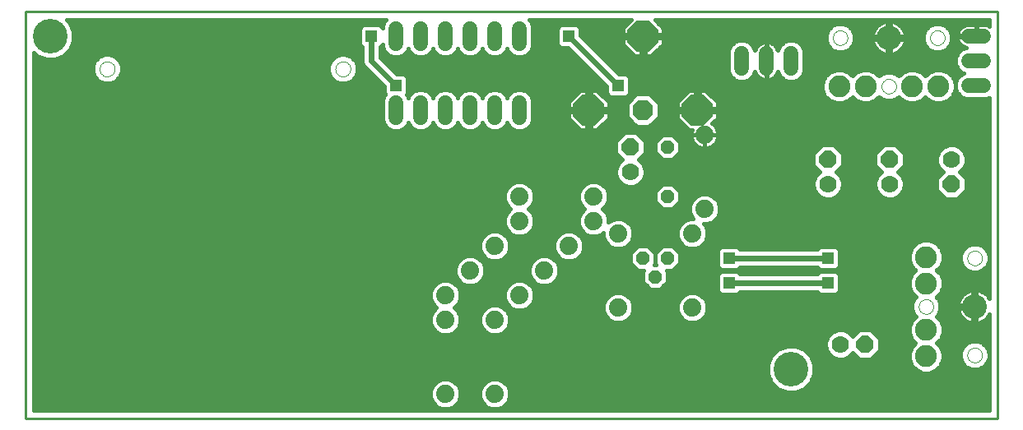
<source format=gbl>
G75*
%MOIN*%
%OFA0B0*%
%FSLAX24Y24*%
%IPPOS*%
%LPD*%
%AMOC8*
5,1,8,0,0,1.08239X$1,22.5*
%
%ADD10C,0.0100*%
%ADD11C,0.0600*%
%ADD12C,0.0000*%
%ADD13C,0.1400*%
%ADD14C,0.0740*%
%ADD15OC8,0.0700*%
%ADD16C,0.0700*%
%ADD17OC8,0.0520*%
%ADD18OC8,0.0825*%
%ADD19OC8,0.1270*%
%ADD20C,0.1000*%
%ADD21C,0.0886*%
%ADD22C,0.0160*%
%ADD23R,0.0472X0.0472*%
%ADD24C,0.0240*%
D10*
X000833Y004500D02*
X000833Y020996D01*
X040203Y020996D01*
X040203Y004500D01*
X000833Y004500D01*
D11*
X015833Y016700D02*
X015833Y017300D01*
X016833Y017300D02*
X016833Y016700D01*
X017833Y016700D02*
X017833Y017300D01*
X018833Y017300D02*
X018833Y016700D01*
X019833Y016700D02*
X019833Y017300D01*
X020833Y017300D02*
X020833Y016700D01*
X020833Y019700D02*
X020833Y020300D01*
X019833Y020300D02*
X019833Y019700D01*
X018833Y019700D02*
X018833Y020300D01*
X017833Y020300D02*
X017833Y019700D01*
X016833Y019700D02*
X016833Y020300D01*
X015833Y020300D02*
X015833Y019700D01*
X029833Y019300D02*
X029833Y018700D01*
X030833Y018700D02*
X030833Y019300D01*
X031833Y019300D02*
X031833Y018700D01*
X039033Y019000D02*
X039633Y019000D01*
X039633Y018000D02*
X039033Y018000D01*
X039033Y020000D02*
X039633Y020000D01*
D12*
X037467Y019937D02*
X037469Y019971D01*
X037475Y020005D01*
X037485Y020038D01*
X037498Y020069D01*
X037516Y020099D01*
X037536Y020127D01*
X037560Y020152D01*
X037586Y020174D01*
X037614Y020192D01*
X037645Y020208D01*
X037677Y020220D01*
X037711Y020228D01*
X037745Y020232D01*
X037779Y020232D01*
X037813Y020228D01*
X037847Y020220D01*
X037879Y020208D01*
X037909Y020192D01*
X037938Y020174D01*
X037964Y020152D01*
X037988Y020127D01*
X038008Y020099D01*
X038026Y020069D01*
X038039Y020038D01*
X038049Y020005D01*
X038055Y019971D01*
X038057Y019937D01*
X038055Y019903D01*
X038049Y019869D01*
X038039Y019836D01*
X038026Y019805D01*
X038008Y019775D01*
X037988Y019747D01*
X037964Y019722D01*
X037938Y019700D01*
X037910Y019682D01*
X037879Y019666D01*
X037847Y019654D01*
X037813Y019646D01*
X037779Y019642D01*
X037745Y019642D01*
X037711Y019646D01*
X037677Y019654D01*
X037645Y019666D01*
X037614Y019682D01*
X037586Y019700D01*
X037560Y019722D01*
X037536Y019747D01*
X037516Y019775D01*
X037498Y019805D01*
X037485Y019836D01*
X037475Y019869D01*
X037469Y019903D01*
X037467Y019937D01*
X035499Y017969D02*
X035501Y018003D01*
X035507Y018037D01*
X035517Y018070D01*
X035530Y018101D01*
X035548Y018131D01*
X035568Y018159D01*
X035592Y018184D01*
X035618Y018206D01*
X035646Y018224D01*
X035677Y018240D01*
X035709Y018252D01*
X035743Y018260D01*
X035777Y018264D01*
X035811Y018264D01*
X035845Y018260D01*
X035879Y018252D01*
X035911Y018240D01*
X035941Y018224D01*
X035970Y018206D01*
X035996Y018184D01*
X036020Y018159D01*
X036040Y018131D01*
X036058Y018101D01*
X036071Y018070D01*
X036081Y018037D01*
X036087Y018003D01*
X036089Y017969D01*
X036087Y017935D01*
X036081Y017901D01*
X036071Y017868D01*
X036058Y017837D01*
X036040Y017807D01*
X036020Y017779D01*
X035996Y017754D01*
X035970Y017732D01*
X035942Y017714D01*
X035911Y017698D01*
X035879Y017686D01*
X035845Y017678D01*
X035811Y017674D01*
X035777Y017674D01*
X035743Y017678D01*
X035709Y017686D01*
X035677Y017698D01*
X035646Y017714D01*
X035618Y017732D01*
X035592Y017754D01*
X035568Y017779D01*
X035548Y017807D01*
X035530Y017837D01*
X035517Y017868D01*
X035507Y017901D01*
X035501Y017935D01*
X035499Y017969D01*
X033530Y019937D02*
X033532Y019971D01*
X033538Y020005D01*
X033548Y020038D01*
X033561Y020069D01*
X033579Y020099D01*
X033599Y020127D01*
X033623Y020152D01*
X033649Y020174D01*
X033677Y020192D01*
X033708Y020208D01*
X033740Y020220D01*
X033774Y020228D01*
X033808Y020232D01*
X033842Y020232D01*
X033876Y020228D01*
X033910Y020220D01*
X033942Y020208D01*
X033972Y020192D01*
X034001Y020174D01*
X034027Y020152D01*
X034051Y020127D01*
X034071Y020099D01*
X034089Y020069D01*
X034102Y020038D01*
X034112Y020005D01*
X034118Y019971D01*
X034120Y019937D01*
X034118Y019903D01*
X034112Y019869D01*
X034102Y019836D01*
X034089Y019805D01*
X034071Y019775D01*
X034051Y019747D01*
X034027Y019722D01*
X034001Y019700D01*
X033973Y019682D01*
X033942Y019666D01*
X033910Y019654D01*
X033876Y019646D01*
X033842Y019642D01*
X033808Y019642D01*
X033774Y019646D01*
X033740Y019654D01*
X033708Y019666D01*
X033677Y019682D01*
X033649Y019700D01*
X033623Y019722D01*
X033599Y019747D01*
X033579Y019775D01*
X033561Y019805D01*
X033548Y019836D01*
X033538Y019869D01*
X033532Y019903D01*
X033530Y019937D01*
X038975Y011008D02*
X038977Y011042D01*
X038983Y011076D01*
X038993Y011109D01*
X039006Y011140D01*
X039024Y011170D01*
X039044Y011198D01*
X039068Y011223D01*
X039094Y011245D01*
X039122Y011263D01*
X039153Y011279D01*
X039185Y011291D01*
X039219Y011299D01*
X039253Y011303D01*
X039287Y011303D01*
X039321Y011299D01*
X039355Y011291D01*
X039387Y011279D01*
X039417Y011263D01*
X039446Y011245D01*
X039472Y011223D01*
X039496Y011198D01*
X039516Y011170D01*
X039534Y011140D01*
X039547Y011109D01*
X039557Y011076D01*
X039563Y011042D01*
X039565Y011008D01*
X039563Y010974D01*
X039557Y010940D01*
X039547Y010907D01*
X039534Y010876D01*
X039516Y010846D01*
X039496Y010818D01*
X039472Y010793D01*
X039446Y010771D01*
X039418Y010753D01*
X039387Y010737D01*
X039355Y010725D01*
X039321Y010717D01*
X039287Y010713D01*
X039253Y010713D01*
X039219Y010717D01*
X039185Y010725D01*
X039153Y010737D01*
X039122Y010753D01*
X039094Y010771D01*
X039068Y010793D01*
X039044Y010818D01*
X039024Y010846D01*
X039006Y010876D01*
X038993Y010907D01*
X038983Y010940D01*
X038977Y010974D01*
X038975Y011008D01*
X037007Y009039D02*
X037009Y009073D01*
X037015Y009107D01*
X037025Y009140D01*
X037038Y009171D01*
X037056Y009201D01*
X037076Y009229D01*
X037100Y009254D01*
X037126Y009276D01*
X037154Y009294D01*
X037185Y009310D01*
X037217Y009322D01*
X037251Y009330D01*
X037285Y009334D01*
X037319Y009334D01*
X037353Y009330D01*
X037387Y009322D01*
X037419Y009310D01*
X037449Y009294D01*
X037478Y009276D01*
X037504Y009254D01*
X037528Y009229D01*
X037548Y009201D01*
X037566Y009171D01*
X037579Y009140D01*
X037589Y009107D01*
X037595Y009073D01*
X037597Y009039D01*
X037595Y009005D01*
X037589Y008971D01*
X037579Y008938D01*
X037566Y008907D01*
X037548Y008877D01*
X037528Y008849D01*
X037504Y008824D01*
X037478Y008802D01*
X037450Y008784D01*
X037419Y008768D01*
X037387Y008756D01*
X037353Y008748D01*
X037319Y008744D01*
X037285Y008744D01*
X037251Y008748D01*
X037217Y008756D01*
X037185Y008768D01*
X037154Y008784D01*
X037126Y008802D01*
X037100Y008824D01*
X037076Y008849D01*
X037056Y008877D01*
X037038Y008907D01*
X037025Y008938D01*
X037015Y008971D01*
X037009Y009005D01*
X037007Y009039D01*
X038975Y007071D02*
X038977Y007105D01*
X038983Y007139D01*
X038993Y007172D01*
X039006Y007203D01*
X039024Y007233D01*
X039044Y007261D01*
X039068Y007286D01*
X039094Y007308D01*
X039122Y007326D01*
X039153Y007342D01*
X039185Y007354D01*
X039219Y007362D01*
X039253Y007366D01*
X039287Y007366D01*
X039321Y007362D01*
X039355Y007354D01*
X039387Y007342D01*
X039417Y007326D01*
X039446Y007308D01*
X039472Y007286D01*
X039496Y007261D01*
X039516Y007233D01*
X039534Y007203D01*
X039547Y007172D01*
X039557Y007139D01*
X039563Y007105D01*
X039565Y007071D01*
X039563Y007037D01*
X039557Y007003D01*
X039547Y006970D01*
X039534Y006939D01*
X039516Y006909D01*
X039496Y006881D01*
X039472Y006856D01*
X039446Y006834D01*
X039418Y006816D01*
X039387Y006800D01*
X039355Y006788D01*
X039321Y006780D01*
X039287Y006776D01*
X039253Y006776D01*
X039219Y006780D01*
X039185Y006788D01*
X039153Y006800D01*
X039122Y006816D01*
X039094Y006834D01*
X039068Y006856D01*
X039044Y006881D01*
X039024Y006909D01*
X039006Y006939D01*
X038993Y006970D01*
X038983Y007003D01*
X038977Y007037D01*
X038975Y007071D01*
X013379Y018673D02*
X013381Y018708D01*
X013387Y018742D01*
X013397Y018775D01*
X013410Y018808D01*
X013427Y018838D01*
X013448Y018866D01*
X013471Y018892D01*
X013498Y018915D01*
X013526Y018934D01*
X013557Y018950D01*
X013590Y018963D01*
X013623Y018972D01*
X013658Y018977D01*
X013693Y018978D01*
X013727Y018975D01*
X013762Y018968D01*
X013795Y018957D01*
X013826Y018943D01*
X013856Y018925D01*
X013884Y018904D01*
X013909Y018879D01*
X013931Y018852D01*
X013950Y018823D01*
X013965Y018792D01*
X013977Y018759D01*
X013985Y018725D01*
X013989Y018690D01*
X013989Y018656D01*
X013985Y018621D01*
X013977Y018587D01*
X013965Y018554D01*
X013950Y018523D01*
X013931Y018494D01*
X013909Y018467D01*
X013884Y018442D01*
X013856Y018421D01*
X013826Y018403D01*
X013795Y018389D01*
X013762Y018378D01*
X013727Y018371D01*
X013693Y018368D01*
X013658Y018369D01*
X013623Y018374D01*
X013590Y018383D01*
X013557Y018396D01*
X013526Y018412D01*
X013498Y018431D01*
X013471Y018454D01*
X013448Y018480D01*
X013427Y018508D01*
X013410Y018538D01*
X013397Y018571D01*
X013387Y018604D01*
X013381Y018638D01*
X013379Y018673D01*
X003828Y018673D02*
X003830Y018708D01*
X003836Y018742D01*
X003846Y018775D01*
X003859Y018808D01*
X003876Y018838D01*
X003897Y018866D01*
X003920Y018892D01*
X003947Y018915D01*
X003975Y018934D01*
X004006Y018950D01*
X004039Y018963D01*
X004072Y018972D01*
X004107Y018977D01*
X004142Y018978D01*
X004176Y018975D01*
X004211Y018968D01*
X004244Y018957D01*
X004275Y018943D01*
X004305Y018925D01*
X004333Y018904D01*
X004358Y018879D01*
X004380Y018852D01*
X004399Y018823D01*
X004414Y018792D01*
X004426Y018759D01*
X004434Y018725D01*
X004438Y018690D01*
X004438Y018656D01*
X004434Y018621D01*
X004426Y018587D01*
X004414Y018554D01*
X004399Y018523D01*
X004380Y018494D01*
X004358Y018467D01*
X004333Y018442D01*
X004305Y018421D01*
X004275Y018403D01*
X004244Y018389D01*
X004211Y018378D01*
X004176Y018371D01*
X004142Y018368D01*
X004107Y018369D01*
X004072Y018374D01*
X004039Y018383D01*
X004006Y018396D01*
X003975Y018412D01*
X003947Y018431D01*
X003920Y018454D01*
X003897Y018480D01*
X003876Y018508D01*
X003859Y018538D01*
X003846Y018571D01*
X003836Y018604D01*
X003830Y018638D01*
X003828Y018673D01*
D13*
X001833Y020000D03*
X031833Y006500D03*
D14*
X027833Y009000D03*
X024833Y009000D03*
X021833Y010500D03*
X020833Y009500D03*
X019833Y008500D03*
X017833Y008500D03*
X017833Y009500D03*
X018833Y010500D03*
X019833Y011500D03*
X020833Y012500D03*
X020833Y013500D03*
X023833Y013500D03*
X023833Y012500D03*
X024833Y012000D03*
X022833Y011500D03*
X027833Y012000D03*
X028333Y013000D03*
X028333Y016000D03*
X019833Y005500D03*
X017833Y005500D03*
D15*
X034833Y007500D03*
X038333Y014000D03*
X035833Y015000D03*
X033333Y015000D03*
X025333Y015500D03*
D16*
X025333Y014500D03*
X033333Y014000D03*
X035833Y014000D03*
X038333Y015000D03*
X033833Y007500D03*
D17*
X026833Y011000D03*
X025833Y011000D03*
X026333Y010250D03*
X026833Y013500D03*
X026833Y015500D03*
D18*
X025833Y017000D03*
D19*
X028033Y017000D03*
X023633Y017000D03*
X025833Y020000D03*
D20*
X035794Y019937D03*
X039270Y009039D03*
D21*
X037302Y008094D03*
X037302Y007031D03*
X037302Y009984D03*
X037302Y011047D03*
X037802Y017969D03*
X036739Y017969D03*
X034849Y017969D03*
X033786Y017969D03*
D22*
X033180Y018290D02*
X032187Y018290D01*
X032139Y018242D02*
X032291Y018394D01*
X032373Y018593D01*
X032373Y019407D01*
X032291Y019606D01*
X032139Y019758D01*
X031941Y019840D01*
X031726Y019840D01*
X031527Y019758D01*
X031376Y019606D01*
X031299Y019421D01*
X031278Y019484D01*
X031244Y019552D01*
X031199Y019613D01*
X031146Y019666D01*
X031085Y019711D01*
X031018Y019745D01*
X030946Y019768D01*
X030871Y019780D01*
X030853Y019780D01*
X030853Y019020D01*
X030813Y019020D01*
X030813Y019780D01*
X030796Y019780D01*
X030721Y019768D01*
X030649Y019745D01*
X030582Y019711D01*
X030521Y019666D01*
X030467Y019613D01*
X030423Y019552D01*
X030388Y019484D01*
X030368Y019421D01*
X030291Y019606D01*
X030139Y019758D01*
X029941Y019840D01*
X029726Y019840D01*
X029527Y019758D01*
X029376Y019606D01*
X029293Y019407D01*
X029293Y018593D01*
X029376Y018394D01*
X029527Y018242D01*
X029726Y018160D01*
X029941Y018160D01*
X030139Y018242D01*
X030291Y018394D01*
X030368Y018579D01*
X030388Y018516D01*
X030423Y018448D01*
X030313Y018448D01*
X030423Y018448D02*
X030467Y018387D01*
X030521Y018334D01*
X030582Y018289D01*
X030649Y018255D01*
X030721Y018232D01*
X030796Y018220D01*
X030813Y018220D01*
X030813Y018980D01*
X030853Y018980D01*
X030853Y018220D01*
X030871Y018220D01*
X030946Y018232D01*
X031018Y018255D01*
X031085Y018289D01*
X031146Y018334D01*
X031199Y018387D01*
X031244Y018448D01*
X031353Y018448D01*
X031376Y018394D02*
X031299Y018579D01*
X031278Y018516D01*
X031244Y018448D01*
X031376Y018394D02*
X031527Y018242D01*
X031726Y018160D01*
X031941Y018160D01*
X032139Y018242D01*
X032313Y018448D02*
X033300Y018448D01*
X033207Y018355D02*
X033399Y018547D01*
X033650Y018651D01*
X033922Y018651D01*
X034173Y018547D01*
X034318Y018403D01*
X034462Y018547D01*
X034713Y018651D01*
X034985Y018651D01*
X035236Y018547D01*
X035398Y018386D01*
X035468Y018456D01*
X035680Y018544D01*
X035908Y018544D01*
X036120Y018456D01*
X036190Y018386D01*
X036352Y018547D01*
X036603Y018651D01*
X036875Y018651D01*
X037126Y018547D01*
X037270Y018403D01*
X037415Y018547D01*
X037666Y018651D01*
X037938Y018651D01*
X038189Y018547D01*
X038381Y018355D01*
X038485Y018104D01*
X038485Y017833D01*
X038381Y017582D01*
X038189Y017390D01*
X037938Y017286D01*
X037666Y017286D01*
X037415Y017390D01*
X037270Y017534D01*
X037126Y017390D01*
X036875Y017286D01*
X036603Y017286D01*
X036352Y017390D01*
X036190Y017551D01*
X036120Y017481D01*
X035908Y017393D01*
X035680Y017393D01*
X035468Y017481D01*
X035398Y017551D01*
X035236Y017390D01*
X034985Y017286D01*
X034713Y017286D01*
X034462Y017390D01*
X034318Y017534D01*
X034173Y017390D01*
X033922Y017286D01*
X033650Y017286D01*
X033399Y017390D01*
X033207Y017582D01*
X033103Y017833D01*
X033103Y018104D01*
X033207Y018355D01*
X033114Y018131D02*
X025310Y018131D01*
X025310Y018284D02*
X025273Y018372D01*
X025206Y018440D01*
X025117Y018476D01*
X024866Y018476D01*
X023310Y020033D01*
X025753Y020033D01*
X025753Y020080D02*
X025753Y019920D01*
X025018Y019920D01*
X025018Y019662D01*
X025496Y019185D01*
X025753Y019185D01*
X025753Y019920D01*
X025913Y019920D01*
X025913Y019185D01*
X026171Y019185D01*
X026648Y019662D01*
X026648Y019920D01*
X025913Y019920D01*
X025913Y020080D01*
X026648Y020080D01*
X026648Y020338D01*
X026320Y020666D01*
X039873Y020666D01*
X039873Y020416D01*
X039818Y020445D01*
X039746Y020468D01*
X039671Y020480D01*
X039353Y020480D01*
X039353Y020020D01*
X039313Y020020D01*
X039313Y019980D01*
X038553Y019980D01*
X038553Y019962D01*
X038565Y019888D01*
X038588Y019816D01*
X038623Y019748D01*
X038667Y019687D01*
X038721Y019634D01*
X038782Y019589D01*
X038849Y019555D01*
X038913Y019535D01*
X038727Y019458D01*
X038576Y019306D01*
X038493Y019107D01*
X038493Y018893D01*
X038576Y018694D01*
X038727Y018542D01*
X038829Y018500D01*
X038727Y018458D01*
X038576Y018306D01*
X038493Y018107D01*
X038493Y017893D01*
X038576Y017694D01*
X038727Y017542D01*
X038926Y017460D01*
X039741Y017460D01*
X039873Y017515D01*
X039873Y009355D01*
X039837Y009418D01*
X039783Y009489D01*
X039720Y009552D01*
X039649Y009606D01*
X039572Y009651D01*
X039489Y009685D01*
X039403Y009708D01*
X039338Y009716D01*
X039338Y009107D01*
X039203Y009107D01*
X039203Y009716D01*
X039137Y009708D01*
X039051Y009685D01*
X038969Y009651D01*
X038892Y009606D01*
X038821Y009552D01*
X038758Y009489D01*
X038704Y009418D01*
X038659Y009341D01*
X038625Y009258D01*
X038602Y009172D01*
X038593Y009107D01*
X039203Y009107D01*
X039203Y008972D01*
X039338Y008972D01*
X039338Y008362D01*
X039403Y008371D01*
X039489Y008394D01*
X039572Y008428D01*
X039649Y008473D01*
X039720Y008527D01*
X039783Y008590D01*
X039837Y008661D01*
X039873Y008724D01*
X039873Y004830D01*
X001163Y004830D01*
X001163Y019341D01*
X001301Y019203D01*
X001646Y019060D01*
X002020Y019060D01*
X002366Y019203D01*
X002630Y019468D01*
X002773Y019813D01*
X002773Y020187D01*
X002630Y020532D01*
X002497Y020666D01*
X015436Y020666D01*
X015376Y020606D01*
X015293Y020407D01*
X015293Y020323D01*
X015273Y020372D01*
X015206Y020440D01*
X015117Y020476D01*
X014549Y020476D01*
X014461Y020440D01*
X014394Y020372D01*
X014357Y020284D01*
X014357Y019716D01*
X014394Y019628D01*
X014461Y019560D01*
X014473Y019555D01*
X014473Y018928D01*
X014528Y018796D01*
X015357Y017967D01*
X015357Y017716D01*
X015394Y017628D01*
X015396Y017626D01*
X015376Y017606D01*
X015293Y017407D01*
X015293Y016593D01*
X015376Y016394D01*
X015527Y016242D01*
X015726Y016160D01*
X015941Y016160D01*
X016139Y016242D01*
X016291Y016394D01*
X016333Y016496D01*
X016376Y016394D01*
X016527Y016242D01*
X016726Y016160D01*
X016941Y016160D01*
X017139Y016242D01*
X017291Y016394D01*
X017333Y016496D01*
X017376Y016394D01*
X017527Y016242D01*
X017726Y016160D01*
X017941Y016160D01*
X018139Y016242D01*
X018291Y016394D01*
X018333Y016496D01*
X018376Y016394D01*
X018527Y016242D01*
X018726Y016160D01*
X018941Y016160D01*
X019139Y016242D01*
X019291Y016394D01*
X019333Y016496D01*
X019376Y016394D01*
X019527Y016242D01*
X019726Y016160D01*
X019941Y016160D01*
X020139Y016242D01*
X020291Y016394D01*
X020333Y016496D01*
X020376Y016394D01*
X020527Y016242D01*
X020726Y016160D01*
X020941Y016160D01*
X021139Y016242D01*
X021291Y016394D01*
X021373Y016593D01*
X021373Y017407D01*
X021291Y017606D01*
X021139Y017758D01*
X020941Y017840D01*
X020726Y017840D01*
X020527Y017758D01*
X020376Y017606D01*
X020333Y017504D01*
X020291Y017606D01*
X020139Y017758D01*
X019941Y017840D01*
X019726Y017840D01*
X019527Y017758D01*
X019376Y017606D01*
X019333Y017504D01*
X019291Y017606D01*
X019139Y017758D01*
X018941Y017840D01*
X018726Y017840D01*
X018527Y017758D01*
X018376Y017606D01*
X018333Y017504D01*
X018291Y017606D01*
X018139Y017758D01*
X017941Y017840D01*
X017726Y017840D01*
X017527Y017758D01*
X017376Y017606D01*
X017333Y017504D01*
X017291Y017606D01*
X017139Y017758D01*
X016941Y017840D01*
X016726Y017840D01*
X016527Y017758D01*
X016376Y017606D01*
X016333Y017504D01*
X016291Y017606D01*
X016271Y017626D01*
X016273Y017628D01*
X016310Y017716D01*
X016310Y018284D01*
X016273Y018372D01*
X016206Y018440D01*
X016117Y018476D01*
X015866Y018476D01*
X015193Y019149D01*
X015193Y019555D01*
X015206Y019560D01*
X015273Y019628D01*
X015293Y019677D01*
X015293Y019593D01*
X015376Y019394D01*
X015527Y019242D01*
X015726Y019160D01*
X015941Y019160D01*
X016139Y019242D01*
X016291Y019394D01*
X016333Y019496D01*
X016376Y019394D01*
X016527Y019242D01*
X016726Y019160D01*
X016941Y019160D01*
X017139Y019242D01*
X017291Y019394D01*
X017333Y019496D01*
X017376Y019394D01*
X017527Y019242D01*
X017726Y019160D01*
X017941Y019160D01*
X018139Y019242D01*
X018291Y019394D01*
X018333Y019496D01*
X018376Y019394D01*
X018527Y019242D01*
X018726Y019160D01*
X018941Y019160D01*
X019139Y019242D01*
X019291Y019394D01*
X019333Y019496D01*
X019376Y019394D01*
X019527Y019242D01*
X019726Y019160D01*
X019941Y019160D01*
X020139Y019242D01*
X020291Y019394D01*
X020333Y019496D01*
X020376Y019394D01*
X020527Y019242D01*
X020726Y019160D01*
X020941Y019160D01*
X021139Y019242D01*
X021291Y019394D01*
X021373Y019593D01*
X021373Y020407D01*
X021291Y020606D01*
X021231Y020666D01*
X025347Y020666D01*
X025018Y020338D01*
X025018Y020080D01*
X025753Y020080D01*
X025913Y020033D02*
X033250Y020033D01*
X033250Y020051D02*
X033250Y019823D01*
X033338Y019611D01*
X033500Y019449D01*
X033711Y019362D01*
X033940Y019362D01*
X034151Y019449D01*
X034313Y019611D01*
X034401Y019823D01*
X034401Y020051D01*
X034313Y020263D01*
X034151Y020425D01*
X033940Y020512D01*
X033711Y020512D01*
X033500Y020425D01*
X033338Y020263D01*
X033250Y020051D01*
X033308Y020192D02*
X026648Y020192D01*
X026636Y020350D02*
X033425Y020350D01*
X033702Y020509D02*
X026477Y020509D01*
X026648Y019875D02*
X033250Y019875D01*
X033294Y019716D02*
X032181Y019716D01*
X032311Y019558D02*
X033391Y019558D01*
X033621Y019399D02*
X032373Y019399D01*
X032373Y019241D02*
X038548Y019241D01*
X038493Y019082D02*
X032373Y019082D01*
X032373Y018924D02*
X038493Y018924D01*
X038546Y018765D02*
X032373Y018765D01*
X032373Y018607D02*
X033542Y018607D01*
X034030Y018607D02*
X034605Y018607D01*
X034363Y018448D02*
X034272Y018448D01*
X035093Y018607D02*
X036495Y018607D01*
X036253Y018448D02*
X036128Y018448D01*
X035460Y018448D02*
X035335Y018448D01*
X035575Y019292D02*
X035661Y019269D01*
X035726Y019260D01*
X035726Y019869D01*
X035862Y019869D01*
X035862Y020005D01*
X036471Y020005D01*
X036462Y020070D01*
X036439Y020156D01*
X036405Y020238D01*
X036361Y020316D01*
X036306Y020386D01*
X036243Y020449D01*
X036173Y020504D01*
X036095Y020548D01*
X036013Y020582D01*
X035927Y020605D01*
X035862Y020614D01*
X035862Y020005D01*
X035726Y020005D01*
X035726Y020614D01*
X035661Y020605D01*
X035575Y020582D01*
X035493Y020548D01*
X035415Y020504D01*
X035345Y020449D01*
X035282Y020386D01*
X035227Y020316D01*
X035183Y020238D01*
X035149Y020156D01*
X035126Y020070D01*
X035117Y020005D01*
X035726Y020005D01*
X035726Y019869D01*
X035117Y019869D01*
X035126Y019804D01*
X035149Y019718D01*
X035183Y019636D01*
X035227Y019558D01*
X035282Y019488D01*
X035345Y019425D01*
X035415Y019370D01*
X035493Y019326D01*
X035575Y019292D01*
X035726Y019399D02*
X035862Y019399D01*
X035862Y019260D02*
X035927Y019269D01*
X036013Y019292D01*
X036095Y019326D01*
X036173Y019370D01*
X036243Y019425D01*
X036306Y019488D01*
X036361Y019558D01*
X036405Y019636D01*
X036439Y019718D01*
X036462Y019804D01*
X036471Y019869D01*
X035862Y019869D01*
X035862Y019260D01*
X035862Y019558D02*
X035726Y019558D01*
X035726Y019716D02*
X035862Y019716D01*
X035862Y019875D02*
X037187Y019875D01*
X037187Y019823D02*
X037187Y020051D01*
X037275Y020263D01*
X037437Y020425D01*
X037648Y020512D01*
X037877Y020512D01*
X038088Y020425D01*
X038250Y020263D01*
X038338Y020051D01*
X038338Y019823D01*
X038250Y019611D01*
X038088Y019449D01*
X037877Y019362D01*
X037648Y019362D01*
X037437Y019449D01*
X037275Y019611D01*
X037187Y019823D01*
X037231Y019716D02*
X036438Y019716D01*
X036360Y019558D02*
X037328Y019558D01*
X037558Y019399D02*
X036210Y019399D01*
X035726Y019875D02*
X034401Y019875D01*
X034401Y020033D02*
X035121Y020033D01*
X035163Y020192D02*
X034343Y020192D01*
X034226Y020350D02*
X035254Y020350D01*
X035424Y020509D02*
X033949Y020509D01*
X034357Y019716D02*
X035149Y019716D01*
X035228Y019558D02*
X034260Y019558D01*
X034030Y019399D02*
X035378Y019399D01*
X035726Y020033D02*
X035862Y020033D01*
X035862Y020192D02*
X035726Y020192D01*
X035726Y020350D02*
X035862Y020350D01*
X035862Y020509D02*
X035726Y020509D01*
X036164Y020509D02*
X037639Y020509D01*
X037886Y020509D02*
X039873Y020509D01*
X039353Y020350D02*
X039313Y020350D01*
X039313Y020480D02*
X038996Y020480D01*
X038921Y020468D01*
X038849Y020445D01*
X038782Y020411D01*
X038721Y020366D01*
X038667Y020313D01*
X038623Y020252D01*
X038588Y020184D01*
X038565Y020112D01*
X038553Y020038D01*
X038553Y020020D01*
X039313Y020020D01*
X039313Y020480D01*
X039313Y020192D02*
X039353Y020192D01*
X039353Y020033D02*
X039313Y020033D01*
X038844Y019558D02*
X038197Y019558D01*
X038294Y019716D02*
X038646Y019716D01*
X038569Y019875D02*
X038338Y019875D01*
X038338Y020033D02*
X038553Y020033D01*
X038592Y020192D02*
X038280Y020192D01*
X038163Y020350D02*
X038705Y020350D01*
X038669Y019399D02*
X037967Y019399D01*
X037187Y020033D02*
X036467Y020033D01*
X036425Y020192D02*
X037245Y020192D01*
X037362Y020350D02*
X036334Y020350D01*
X036983Y018607D02*
X037558Y018607D01*
X037316Y018448D02*
X037225Y018448D01*
X038046Y018607D02*
X038663Y018607D01*
X038718Y018448D02*
X038288Y018448D01*
X038408Y018290D02*
X038569Y018290D01*
X038503Y018131D02*
X038474Y018131D01*
X038485Y017973D02*
X038493Y017973D01*
X038477Y017814D02*
X038526Y017814D01*
X038614Y017656D02*
X038411Y017656D01*
X038296Y017497D02*
X038837Y017497D01*
X038065Y017339D02*
X039873Y017339D01*
X039873Y017497D02*
X039830Y017497D01*
X039873Y017180D02*
X028848Y017180D01*
X028848Y017080D02*
X028848Y017338D01*
X028371Y017815D01*
X028113Y017815D01*
X028113Y017080D01*
X027953Y017080D01*
X027953Y016920D01*
X027218Y016920D01*
X027218Y016662D01*
X027696Y016185D01*
X027815Y016185D01*
X027797Y016129D01*
X027783Y016043D01*
X027783Y016009D01*
X028325Y016009D01*
X028325Y015991D01*
X028342Y015991D01*
X028342Y015450D01*
X028377Y015450D01*
X028462Y015464D01*
X028544Y015490D01*
X028622Y015530D01*
X028692Y015580D01*
X028753Y015642D01*
X028804Y015712D01*
X028843Y015789D01*
X028870Y015871D01*
X028883Y015957D01*
X028883Y015991D01*
X028342Y015991D01*
X028342Y016009D01*
X028883Y016009D01*
X028883Y016043D01*
X028870Y016129D01*
X028843Y016211D01*
X028804Y016288D01*
X028753Y016358D01*
X028692Y016420D01*
X028642Y016456D01*
X028848Y016662D01*
X028848Y016920D01*
X028113Y016920D01*
X028113Y017080D01*
X028848Y017080D01*
X028848Y016863D02*
X039873Y016863D01*
X039873Y016705D02*
X028848Y016705D01*
X028732Y016546D02*
X039873Y016546D01*
X039873Y016388D02*
X028724Y016388D01*
X028834Y016229D02*
X039873Y016229D01*
X039873Y016071D02*
X028879Y016071D01*
X028876Y015912D02*
X039873Y015912D01*
X039873Y015754D02*
X028825Y015754D01*
X028706Y015595D02*
X039873Y015595D01*
X039873Y015437D02*
X038731Y015437D01*
X038668Y015500D02*
X038834Y015334D01*
X038923Y015117D01*
X038923Y014883D01*
X038834Y014666D01*
X038668Y014500D01*
X038923Y014244D01*
X038923Y013756D01*
X038578Y013410D01*
X038089Y013410D01*
X037743Y013756D01*
X037743Y014244D01*
X037999Y014500D01*
X037833Y014666D01*
X037743Y014883D01*
X037743Y015117D01*
X037833Y015334D01*
X037999Y015500D01*
X038216Y015590D01*
X038451Y015590D01*
X038668Y015500D01*
X038857Y015278D02*
X039873Y015278D01*
X039873Y015120D02*
X038922Y015120D01*
X038923Y014961D02*
X039873Y014961D01*
X039873Y014803D02*
X038890Y014803D01*
X038812Y014644D02*
X039873Y014644D01*
X039873Y014486D02*
X038682Y014486D01*
X038841Y014327D02*
X039873Y014327D01*
X039873Y014169D02*
X038923Y014169D01*
X038923Y014010D02*
X039873Y014010D01*
X039873Y013852D02*
X038923Y013852D01*
X038861Y013693D02*
X039873Y013693D01*
X039873Y013535D02*
X038702Y013535D01*
X037964Y013535D02*
X036202Y013535D01*
X036168Y013500D02*
X036334Y013666D01*
X036423Y013883D01*
X036423Y014117D01*
X036334Y014334D01*
X036168Y014500D01*
X036423Y014756D01*
X036423Y015244D01*
X036078Y015590D01*
X035589Y015590D01*
X035243Y015244D01*
X035243Y014756D01*
X035499Y014500D01*
X035333Y014334D01*
X035243Y014117D01*
X035243Y013883D01*
X035333Y013666D01*
X035499Y013500D01*
X035716Y013410D01*
X035951Y013410D01*
X036168Y013500D01*
X036345Y013693D02*
X037806Y013693D01*
X037743Y013852D02*
X036410Y013852D01*
X036423Y014010D02*
X037743Y014010D01*
X037743Y014169D02*
X036402Y014169D01*
X036336Y014327D02*
X037826Y014327D01*
X037984Y014486D02*
X036182Y014486D01*
X036312Y014644D02*
X037855Y014644D01*
X037777Y014803D02*
X036423Y014803D01*
X036423Y014961D02*
X037743Y014961D01*
X037744Y015120D02*
X036423Y015120D01*
X036390Y015278D02*
X037810Y015278D01*
X037935Y015437D02*
X036231Y015437D01*
X035435Y015437D02*
X033731Y015437D01*
X033578Y015590D02*
X033089Y015590D01*
X032743Y015244D01*
X032743Y014756D01*
X032999Y014500D01*
X032833Y014334D01*
X032743Y014117D01*
X032743Y013883D01*
X032833Y013666D01*
X032999Y013500D01*
X033216Y013410D01*
X033451Y013410D01*
X033668Y013500D01*
X033834Y013666D01*
X033923Y013883D01*
X033923Y014117D01*
X033834Y014334D01*
X033668Y014500D01*
X033923Y014756D01*
X033923Y015244D01*
X033578Y015590D01*
X033890Y015278D02*
X035277Y015278D01*
X035243Y015120D02*
X033923Y015120D01*
X033923Y014961D02*
X035243Y014961D01*
X035243Y014803D02*
X033923Y014803D01*
X033812Y014644D02*
X035355Y014644D01*
X035484Y014486D02*
X033682Y014486D01*
X033836Y014327D02*
X035330Y014327D01*
X035265Y014169D02*
X033902Y014169D01*
X033923Y014010D02*
X035243Y014010D01*
X035256Y013852D02*
X033910Y013852D01*
X033845Y013693D02*
X035322Y013693D01*
X035464Y013535D02*
X033702Y013535D01*
X032964Y013535D02*
X028637Y013535D01*
X028679Y013517D02*
X028455Y013610D01*
X028212Y013610D01*
X027988Y013517D01*
X027816Y013346D01*
X027723Y013121D01*
X027723Y012879D01*
X027816Y012654D01*
X027861Y012610D01*
X027712Y012610D01*
X027488Y012517D01*
X027316Y012346D01*
X027223Y012121D01*
X027223Y011879D01*
X027316Y011654D01*
X027488Y011483D01*
X027712Y011390D01*
X027955Y011390D01*
X028179Y011483D01*
X028350Y011654D01*
X028443Y011879D01*
X028443Y012121D01*
X028350Y012346D01*
X028306Y012390D01*
X028455Y012390D01*
X028679Y012483D01*
X028850Y012654D01*
X028943Y012879D01*
X028943Y013121D01*
X028850Y013346D01*
X028679Y013517D01*
X028820Y013376D02*
X039873Y013376D01*
X039873Y013218D02*
X028903Y013218D01*
X028943Y013059D02*
X039873Y013059D01*
X039873Y012901D02*
X028943Y012901D01*
X028887Y012742D02*
X039873Y012742D01*
X039873Y012584D02*
X028780Y012584D01*
X028539Y012425D02*
X039873Y012425D01*
X039873Y012267D02*
X028383Y012267D01*
X028443Y012108D02*
X039873Y012108D01*
X039873Y011950D02*
X028443Y011950D01*
X028407Y011791D02*
X039873Y011791D01*
X039873Y011633D02*
X037673Y011633D01*
X037689Y011626D02*
X037438Y011730D01*
X037166Y011730D01*
X036915Y011626D01*
X036723Y011434D01*
X036619Y011183D01*
X036619Y010911D01*
X036723Y010660D01*
X036868Y010516D01*
X036723Y010371D01*
X036619Y010120D01*
X036619Y009848D01*
X036723Y009597D01*
X036885Y009436D01*
X036814Y009365D01*
X036727Y009154D01*
X036727Y008925D01*
X036814Y008714D01*
X036885Y008643D01*
X036723Y008481D01*
X036619Y008230D01*
X036619Y007959D01*
X036723Y007708D01*
X036868Y007563D01*
X036723Y007418D01*
X036619Y007167D01*
X036619Y006896D01*
X036723Y006645D01*
X036915Y006453D01*
X037166Y006349D01*
X037438Y006349D01*
X037689Y006453D01*
X037881Y006645D01*
X037985Y006896D01*
X037985Y007167D01*
X037881Y007418D01*
X037736Y007563D01*
X037881Y007708D01*
X037985Y007959D01*
X037985Y008230D01*
X037881Y008481D01*
X037719Y008643D01*
X037790Y008714D01*
X037877Y008925D01*
X037877Y009154D01*
X037790Y009365D01*
X037719Y009436D01*
X037881Y009597D01*
X037985Y009848D01*
X037985Y010120D01*
X037881Y010371D01*
X037736Y010516D01*
X037881Y010660D01*
X037985Y010911D01*
X037985Y011183D01*
X037881Y011434D01*
X037689Y011626D01*
X037841Y011474D02*
X038923Y011474D01*
X038944Y011496D02*
X038783Y011334D01*
X038695Y011122D01*
X038695Y010893D01*
X038783Y010682D01*
X038944Y010520D01*
X039156Y010433D01*
X039385Y010433D01*
X039596Y010520D01*
X039758Y010682D01*
X039846Y010893D01*
X039846Y011122D01*
X039758Y011334D01*
X039596Y011496D01*
X039385Y011583D01*
X039156Y011583D01*
X038944Y011496D01*
X038775Y011316D02*
X037930Y011316D01*
X037985Y011157D02*
X038709Y011157D01*
X038695Y010999D02*
X037985Y010999D01*
X037955Y010840D02*
X038717Y010840D01*
X038783Y010682D02*
X037890Y010682D01*
X037743Y010523D02*
X038942Y010523D01*
X039599Y010523D02*
X039873Y010523D01*
X039873Y010365D02*
X037884Y010365D01*
X037949Y010206D02*
X039873Y010206D01*
X039873Y010048D02*
X037985Y010048D01*
X037985Y009889D02*
X039873Y009889D01*
X039873Y009731D02*
X037936Y009731D01*
X037855Y009572D02*
X038847Y009572D01*
X038701Y009414D02*
X037741Y009414D01*
X037835Y009255D02*
X038624Y009255D01*
X039203Y009097D02*
X037877Y009097D01*
X037877Y008938D02*
X038598Y008938D01*
X038602Y008906D02*
X038625Y008820D01*
X038659Y008738D01*
X038704Y008661D01*
X038758Y008590D01*
X038821Y008527D01*
X038892Y008473D01*
X038969Y008428D01*
X039051Y008394D01*
X039137Y008371D01*
X039203Y008362D01*
X039203Y008972D01*
X038593Y008972D01*
X038602Y008906D01*
X038642Y008780D02*
X037817Y008780D01*
X037741Y008621D02*
X038734Y008621D01*
X038909Y008463D02*
X037889Y008463D01*
X037954Y008304D02*
X039873Y008304D01*
X039873Y008146D02*
X037985Y008146D01*
X037985Y007987D02*
X039873Y007987D01*
X039873Y007829D02*
X037931Y007829D01*
X037843Y007670D02*
X039873Y007670D01*
X039873Y007512D02*
X039643Y007512D01*
X039596Y007559D02*
X039385Y007646D01*
X039156Y007646D01*
X038944Y007559D01*
X038783Y007397D01*
X038695Y007185D01*
X038695Y006956D01*
X038783Y006745D01*
X038944Y006583D01*
X039156Y006496D01*
X039385Y006496D01*
X039596Y006583D01*
X039758Y006745D01*
X039846Y006956D01*
X039846Y007185D01*
X039758Y007397D01*
X039596Y007559D01*
X039776Y007353D02*
X039873Y007353D01*
X039873Y007195D02*
X039842Y007195D01*
X039846Y007036D02*
X039873Y007036D01*
X039873Y006878D02*
X039813Y006878D01*
X039873Y006719D02*
X039732Y006719D01*
X039873Y006561D02*
X039541Y006561D01*
X039873Y006402D02*
X037567Y006402D01*
X037797Y006561D02*
X038999Y006561D01*
X038809Y006719D02*
X037912Y006719D01*
X037977Y006878D02*
X038728Y006878D01*
X038695Y007036D02*
X037985Y007036D01*
X037973Y007195D02*
X038699Y007195D01*
X038765Y007353D02*
X037908Y007353D01*
X037788Y007512D02*
X038897Y007512D01*
X039203Y008463D02*
X039338Y008463D01*
X039338Y008621D02*
X039203Y008621D01*
X039203Y008780D02*
X039338Y008780D01*
X039338Y008938D02*
X039203Y008938D01*
X039806Y008621D02*
X039873Y008621D01*
X039873Y008463D02*
X039631Y008463D01*
X039338Y009255D02*
X039203Y009255D01*
X039203Y009414D02*
X039338Y009414D01*
X039338Y009572D02*
X039203Y009572D01*
X039693Y009572D02*
X039873Y009572D01*
X039873Y009414D02*
X039840Y009414D01*
X039873Y010682D02*
X039758Y010682D01*
X039823Y010840D02*
X039873Y010840D01*
X039873Y010999D02*
X039846Y010999D01*
X039831Y011157D02*
X039873Y011157D01*
X039873Y011316D02*
X039766Y011316D01*
X039873Y011474D02*
X039618Y011474D01*
X036930Y011633D02*
X028329Y011633D01*
X028157Y011474D02*
X029044Y011474D01*
X029049Y011476D02*
X028961Y011440D01*
X028894Y011372D01*
X028857Y011284D01*
X028857Y010716D01*
X028894Y010628D01*
X028961Y010560D01*
X029049Y010524D01*
X029617Y010524D01*
X029706Y010560D01*
X029773Y010628D01*
X029778Y010640D01*
X032889Y010640D01*
X032894Y010628D01*
X032961Y010560D01*
X033049Y010524D01*
X033617Y010524D01*
X033706Y010560D01*
X033773Y010628D01*
X033810Y010716D01*
X033810Y011284D01*
X033773Y011372D01*
X033706Y011440D01*
X033617Y011476D01*
X033049Y011476D01*
X032961Y011440D01*
X032894Y011372D01*
X032889Y011360D01*
X029778Y011360D01*
X029773Y011372D01*
X029706Y011440D01*
X029617Y011476D01*
X029049Y011476D01*
X028870Y011316D02*
X027225Y011316D01*
X027333Y011207D02*
X027040Y011500D01*
X026626Y011500D01*
X026333Y011207D01*
X026040Y011500D01*
X025626Y011500D01*
X025333Y011207D01*
X025333Y010793D01*
X025626Y010500D01*
X025876Y010500D01*
X025833Y010457D01*
X025833Y010043D01*
X026126Y009750D01*
X026540Y009750D01*
X026833Y010043D01*
X026833Y010457D01*
X026790Y010500D01*
X027040Y010500D01*
X027333Y010793D01*
X027333Y011207D01*
X027333Y011157D02*
X028857Y011157D01*
X028857Y010999D02*
X027333Y010999D01*
X027333Y010840D02*
X028857Y010840D01*
X028871Y010682D02*
X027222Y010682D01*
X027063Y010523D02*
X036860Y010523D01*
X036720Y010365D02*
X033776Y010365D01*
X033773Y010372D02*
X033706Y010440D01*
X033617Y010476D01*
X033049Y010476D01*
X032961Y010440D01*
X032894Y010372D01*
X032889Y010360D01*
X029778Y010360D01*
X029773Y010372D01*
X029706Y010440D01*
X029617Y010476D01*
X029049Y010476D01*
X028961Y010440D01*
X028894Y010372D01*
X028857Y010284D01*
X028857Y009716D01*
X028894Y009628D01*
X028961Y009560D01*
X029049Y009524D01*
X029617Y009524D01*
X029706Y009560D01*
X029773Y009628D01*
X029778Y009640D01*
X032889Y009640D01*
X032894Y009628D01*
X032961Y009560D01*
X033049Y009524D01*
X033617Y009524D01*
X033706Y009560D01*
X033773Y009628D01*
X033810Y009716D01*
X033810Y010284D01*
X033773Y010372D01*
X033810Y010206D02*
X036655Y010206D01*
X036619Y010048D02*
X033810Y010048D01*
X033810Y009889D02*
X036619Y009889D01*
X036668Y009731D02*
X033810Y009731D01*
X033717Y009572D02*
X036748Y009572D01*
X036862Y009414D02*
X028282Y009414D01*
X028350Y009346D02*
X028179Y009517D01*
X027955Y009610D01*
X027712Y009610D01*
X027488Y009517D01*
X027316Y009346D01*
X027223Y009121D01*
X027223Y008879D01*
X027316Y008654D01*
X027488Y008483D01*
X027712Y008390D01*
X027955Y008390D01*
X028179Y008483D01*
X028350Y008654D01*
X028443Y008879D01*
X028443Y009121D01*
X028350Y009346D01*
X028388Y009255D02*
X036768Y009255D01*
X036727Y009097D02*
X028443Y009097D01*
X028443Y008938D02*
X036727Y008938D01*
X036787Y008780D02*
X028402Y008780D01*
X028317Y008621D02*
X036863Y008621D01*
X036715Y008463D02*
X028130Y008463D01*
X027537Y008463D02*
X025130Y008463D01*
X025179Y008483D02*
X025350Y008654D01*
X025443Y008879D01*
X025443Y009121D01*
X025350Y009346D01*
X025179Y009517D01*
X024955Y009610D01*
X024712Y009610D01*
X024488Y009517D01*
X024316Y009346D01*
X024223Y009121D01*
X024223Y008879D01*
X024316Y008654D01*
X024488Y008483D01*
X024712Y008390D01*
X024955Y008390D01*
X025179Y008483D01*
X025317Y008621D02*
X027350Y008621D01*
X027264Y008780D02*
X025402Y008780D01*
X025443Y008938D02*
X027223Y008938D01*
X027223Y009097D02*
X025443Y009097D01*
X025388Y009255D02*
X027279Y009255D01*
X027384Y009414D02*
X025282Y009414D01*
X025046Y009572D02*
X027620Y009572D01*
X028046Y009572D02*
X028949Y009572D01*
X028857Y009731D02*
X021398Y009731D01*
X021443Y009621D02*
X021350Y009846D01*
X021179Y010017D01*
X020955Y010110D01*
X020712Y010110D01*
X020488Y010017D01*
X020316Y009846D01*
X020223Y009621D01*
X020223Y009379D01*
X020316Y009154D01*
X020488Y008983D01*
X020712Y008890D01*
X020955Y008890D01*
X021179Y008983D01*
X021350Y009154D01*
X021443Y009379D01*
X021443Y009621D01*
X021443Y009572D02*
X024620Y009572D01*
X024384Y009414D02*
X021443Y009414D01*
X021392Y009255D02*
X024279Y009255D01*
X024223Y009097D02*
X021293Y009097D01*
X021071Y008938D02*
X024223Y008938D01*
X024264Y008780D02*
X020378Y008780D01*
X020350Y008846D02*
X020179Y009017D01*
X019955Y009110D01*
X019712Y009110D01*
X019488Y009017D01*
X019316Y008846D01*
X019223Y008621D01*
X018443Y008621D01*
X018350Y008846D01*
X018196Y009000D01*
X018350Y009154D01*
X018443Y009379D01*
X018443Y009621D01*
X018350Y009846D01*
X018179Y010017D01*
X017955Y010110D01*
X017712Y010110D01*
X017488Y010017D01*
X017316Y009846D01*
X017223Y009621D01*
X017223Y009379D01*
X017316Y009154D01*
X017471Y009000D01*
X017316Y008846D01*
X017223Y008621D01*
X001163Y008621D01*
X001163Y008463D02*
X017223Y008463D01*
X017223Y008379D02*
X017316Y008154D01*
X017488Y007983D01*
X017712Y007890D01*
X017955Y007890D01*
X018179Y007983D01*
X018350Y008154D01*
X018443Y008379D01*
X018443Y008621D01*
X018443Y008463D02*
X019223Y008463D01*
X019223Y008379D02*
X019316Y008154D01*
X019488Y007983D01*
X019712Y007890D01*
X019955Y007890D01*
X020179Y007983D01*
X020350Y008154D01*
X020443Y008379D01*
X020443Y008621D01*
X024350Y008621D01*
X024537Y008463D02*
X020443Y008463D01*
X020443Y008621D02*
X020350Y008846D01*
X020258Y008938D02*
X020596Y008938D01*
X020374Y009097D02*
X019987Y009097D01*
X019679Y009097D02*
X018293Y009097D01*
X018258Y008938D02*
X019409Y008938D01*
X019289Y008780D02*
X018378Y008780D01*
X018392Y009255D02*
X020275Y009255D01*
X020223Y009414D02*
X018443Y009414D01*
X018443Y009572D02*
X020223Y009572D01*
X020269Y009731D02*
X018398Y009731D01*
X018307Y009889D02*
X020360Y009889D01*
X020561Y010048D02*
X019244Y010048D01*
X019179Y009983D02*
X019350Y010154D01*
X019443Y010379D01*
X019443Y010621D01*
X019350Y010846D01*
X019179Y011017D01*
X018955Y011110D01*
X018712Y011110D01*
X018488Y011017D01*
X018316Y010846D01*
X018223Y010621D01*
X018223Y010379D01*
X018316Y010154D01*
X018488Y009983D01*
X018712Y009890D01*
X018955Y009890D01*
X019179Y009983D01*
X019372Y010206D02*
X021295Y010206D01*
X021316Y010154D02*
X021223Y010379D01*
X021223Y010621D01*
X021316Y010846D01*
X021488Y011017D01*
X021712Y011110D01*
X021955Y011110D01*
X022179Y011017D01*
X022350Y010846D01*
X022443Y010621D01*
X022443Y010379D01*
X022350Y010154D01*
X022179Y009983D01*
X021955Y009890D01*
X021712Y009890D01*
X021488Y009983D01*
X021316Y010154D01*
X021423Y010048D02*
X021106Y010048D01*
X021307Y009889D02*
X025987Y009889D01*
X025833Y010048D02*
X022244Y010048D01*
X022372Y010206D02*
X025833Y010206D01*
X025833Y010365D02*
X022437Y010365D01*
X022443Y010523D02*
X025603Y010523D01*
X025445Y010682D02*
X022418Y010682D01*
X022353Y010840D02*
X025333Y010840D01*
X025333Y010999D02*
X023195Y010999D01*
X023179Y010983D02*
X023350Y011154D01*
X023443Y011379D01*
X023443Y011621D01*
X023350Y011846D01*
X023179Y012017D01*
X022955Y012110D01*
X022712Y012110D01*
X022488Y012017D01*
X022316Y011846D01*
X022223Y011621D01*
X022223Y011379D01*
X022316Y011154D01*
X022488Y010983D01*
X022712Y010890D01*
X022955Y010890D01*
X023179Y010983D01*
X023352Y011157D02*
X025333Y011157D01*
X025442Y011316D02*
X023417Y011316D01*
X023443Y011474D02*
X024509Y011474D01*
X024488Y011483D02*
X024712Y011390D01*
X024955Y011390D01*
X025179Y011483D01*
X025350Y011654D01*
X025443Y011879D01*
X025443Y012121D01*
X025350Y012346D01*
X025179Y012517D01*
X024955Y012610D01*
X024712Y012610D01*
X024488Y012517D01*
X024443Y012473D01*
X024443Y012621D01*
X024350Y012846D01*
X024196Y013000D01*
X024350Y013154D01*
X024443Y013379D01*
X024443Y013621D01*
X024350Y013846D01*
X024179Y014017D01*
X023955Y014110D01*
X023712Y014110D01*
X023488Y014017D01*
X023316Y013846D01*
X023223Y013621D01*
X023223Y013379D01*
X023316Y013154D01*
X023471Y013000D01*
X023316Y012846D01*
X023223Y012621D01*
X023223Y012379D01*
X023316Y012154D01*
X023488Y011983D01*
X023712Y011890D01*
X023955Y011890D01*
X024179Y011983D01*
X024223Y012027D01*
X024223Y011879D01*
X024316Y011654D01*
X024488Y011483D01*
X024338Y011633D02*
X023439Y011633D01*
X023373Y011791D02*
X024260Y011791D01*
X024223Y011950D02*
X024098Y011950D01*
X023568Y011950D02*
X023246Y011950D01*
X023363Y012108D02*
X022959Y012108D01*
X022707Y012108D02*
X021304Y012108D01*
X021350Y012154D02*
X021443Y012379D01*
X021443Y012621D01*
X021350Y012846D01*
X021196Y013000D01*
X021350Y013154D01*
X021443Y013379D01*
X021443Y013621D01*
X021350Y013846D01*
X021179Y014017D01*
X020955Y014110D01*
X020712Y014110D01*
X020488Y014017D01*
X020316Y013846D01*
X020223Y013621D01*
X020223Y013379D01*
X020316Y013154D01*
X020471Y013000D01*
X020316Y012846D01*
X020223Y012621D01*
X020223Y012379D01*
X020316Y012154D01*
X020488Y011983D01*
X020712Y011890D01*
X020955Y011890D01*
X021179Y011983D01*
X021350Y012154D01*
X021397Y012267D02*
X023270Y012267D01*
X023223Y012425D02*
X021443Y012425D01*
X021443Y012584D02*
X023223Y012584D01*
X023273Y012742D02*
X021393Y012742D01*
X021295Y012901D02*
X023371Y012901D01*
X023412Y013059D02*
X021255Y013059D01*
X021377Y013218D02*
X023290Y013218D01*
X023224Y013376D02*
X021442Y013376D01*
X021443Y013535D02*
X023223Y013535D01*
X023253Y013693D02*
X021414Y013693D01*
X021344Y013852D02*
X023322Y013852D01*
X023481Y014010D02*
X021186Y014010D01*
X020481Y014010D02*
X001163Y014010D01*
X001163Y013852D02*
X020322Y013852D01*
X020253Y013693D02*
X001163Y013693D01*
X001163Y013535D02*
X020223Y013535D01*
X020224Y013376D02*
X001163Y013376D01*
X001163Y013218D02*
X020290Y013218D01*
X020412Y013059D02*
X001163Y013059D01*
X001163Y012901D02*
X020371Y012901D01*
X020273Y012742D02*
X001163Y012742D01*
X001163Y012584D02*
X020223Y012584D01*
X020223Y012425D02*
X001163Y012425D01*
X001163Y012267D02*
X020270Y012267D01*
X020363Y012108D02*
X019959Y012108D01*
X019955Y012110D02*
X019712Y012110D01*
X019488Y012017D01*
X019316Y011846D01*
X019223Y011621D01*
X019223Y011379D01*
X019316Y011154D01*
X019488Y010983D01*
X019712Y010890D01*
X019955Y010890D01*
X020179Y010983D01*
X020350Y011154D01*
X020443Y011379D01*
X020443Y011621D01*
X020350Y011846D01*
X020179Y012017D01*
X019955Y012110D01*
X019707Y012108D02*
X001163Y012108D01*
X001163Y011950D02*
X019420Y011950D01*
X019294Y011791D02*
X001163Y011791D01*
X001163Y011633D02*
X019228Y011633D01*
X019223Y011474D02*
X001163Y011474D01*
X001163Y011316D02*
X019249Y011316D01*
X019315Y011157D02*
X001163Y011157D01*
X001163Y010999D02*
X018469Y010999D01*
X018314Y010840D02*
X001163Y010840D01*
X001163Y010682D02*
X018248Y010682D01*
X018223Y010523D02*
X001163Y010523D01*
X001163Y010365D02*
X018229Y010365D01*
X018295Y010206D02*
X001163Y010206D01*
X001163Y010048D02*
X017561Y010048D01*
X017360Y009889D02*
X001163Y009889D01*
X001163Y009731D02*
X017269Y009731D01*
X017223Y009572D02*
X001163Y009572D01*
X001163Y009414D02*
X017223Y009414D01*
X017275Y009255D02*
X001163Y009255D01*
X001163Y009097D02*
X017374Y009097D01*
X017409Y008938D02*
X001163Y008938D01*
X001163Y008780D02*
X017289Y008780D01*
X017223Y008621D02*
X017223Y008379D01*
X017254Y008304D02*
X001163Y008304D01*
X001163Y008146D02*
X017325Y008146D01*
X017484Y007987D02*
X001163Y007987D01*
X001163Y007829D02*
X033331Y007829D01*
X033333Y007834D02*
X033243Y007617D01*
X033243Y007383D01*
X033333Y007166D01*
X033499Y007000D01*
X033716Y006910D01*
X033951Y006910D01*
X034168Y007000D01*
X034333Y007166D01*
X034589Y006910D01*
X035078Y006910D01*
X035423Y007256D01*
X035423Y007744D01*
X035078Y008090D01*
X034589Y008090D01*
X034333Y007834D01*
X034168Y008000D01*
X033951Y008090D01*
X033716Y008090D01*
X033499Y008000D01*
X033333Y007834D01*
X033265Y007670D02*
X001163Y007670D01*
X001163Y007512D02*
X033243Y007512D01*
X033256Y007353D02*
X032230Y007353D01*
X032366Y007297D02*
X032020Y007440D01*
X031646Y007440D01*
X031301Y007297D01*
X031036Y007032D01*
X030893Y006687D01*
X030893Y006313D01*
X031036Y005968D01*
X031301Y005703D01*
X031646Y005560D01*
X032020Y005560D01*
X032366Y005703D01*
X032630Y005968D01*
X032773Y006313D01*
X032773Y006687D01*
X032630Y007032D01*
X032366Y007297D01*
X032468Y007195D02*
X033321Y007195D01*
X033463Y007036D02*
X032627Y007036D01*
X032694Y006878D02*
X036626Y006878D01*
X036619Y007036D02*
X035204Y007036D01*
X035362Y007195D02*
X036630Y007195D01*
X036696Y007353D02*
X035423Y007353D01*
X035423Y007512D02*
X036816Y007512D01*
X036761Y007670D02*
X035423Y007670D01*
X035339Y007829D02*
X036673Y007829D01*
X036619Y007987D02*
X035181Y007987D01*
X034486Y007987D02*
X034181Y007987D01*
X033486Y007987D02*
X020183Y007987D01*
X020342Y008146D02*
X036619Y008146D01*
X036649Y008304D02*
X020412Y008304D01*
X019484Y007987D02*
X018183Y007987D01*
X018342Y008146D02*
X019325Y008146D01*
X019254Y008304D02*
X018412Y008304D01*
X019223Y008379D02*
X019223Y008621D01*
X018423Y010048D02*
X018106Y010048D01*
X019437Y010365D02*
X021229Y010365D01*
X021223Y010523D02*
X019443Y010523D01*
X019418Y010682D02*
X021248Y010682D01*
X021314Y010840D02*
X019353Y010840D01*
X019472Y010999D02*
X019197Y010999D01*
X020195Y010999D02*
X021469Y010999D01*
X022197Y010999D02*
X022472Y010999D01*
X022315Y011157D02*
X020352Y011157D01*
X020417Y011316D02*
X022249Y011316D01*
X022223Y011474D02*
X020443Y011474D01*
X020439Y011633D02*
X022228Y011633D01*
X022294Y011791D02*
X020373Y011791D01*
X020246Y011950D02*
X020568Y011950D01*
X021098Y011950D02*
X022420Y011950D01*
X024295Y012901D02*
X027723Y012901D01*
X027723Y013059D02*
X027099Y013059D01*
X027040Y013000D02*
X027333Y013293D01*
X027333Y013707D01*
X027040Y014000D01*
X026626Y014000D01*
X026333Y013707D01*
X026333Y013293D01*
X026626Y013000D01*
X027040Y013000D01*
X027258Y013218D02*
X027763Y013218D01*
X027847Y013376D02*
X027333Y013376D01*
X027333Y013535D02*
X028030Y013535D01*
X027333Y013693D02*
X032822Y013693D01*
X032756Y013852D02*
X027189Y013852D01*
X026478Y013852D02*
X024344Y013852D01*
X024414Y013693D02*
X026333Y013693D01*
X026333Y013535D02*
X024443Y013535D01*
X024442Y013376D02*
X026333Y013376D01*
X026409Y013218D02*
X024377Y013218D01*
X024255Y013059D02*
X026567Y013059D01*
X027396Y012425D02*
X025271Y012425D01*
X025383Y012267D02*
X027283Y012267D01*
X027223Y012108D02*
X025443Y012108D01*
X025443Y011950D02*
X027223Y011950D01*
X027260Y011791D02*
X025407Y011791D01*
X025329Y011633D02*
X027338Y011633D01*
X027509Y011474D02*
X027066Y011474D01*
X026600Y011474D02*
X026066Y011474D01*
X026225Y011316D02*
X026442Y011316D01*
X026333Y011207D02*
X026333Y010793D01*
X026290Y010750D01*
X026376Y010750D01*
X026333Y010793D01*
X026333Y011207D01*
X026333Y011157D02*
X026333Y011157D01*
X026333Y010999D02*
X026333Y010999D01*
X026333Y010840D02*
X026333Y010840D01*
X026833Y010365D02*
X028890Y010365D01*
X028857Y010206D02*
X026833Y010206D01*
X026833Y010048D02*
X028857Y010048D01*
X028857Y009889D02*
X026679Y009889D01*
X025600Y011474D02*
X025157Y011474D01*
X025019Y012584D02*
X027648Y012584D01*
X027780Y012742D02*
X024393Y012742D01*
X024443Y012584D02*
X024648Y012584D01*
X025216Y013910D02*
X025451Y013910D01*
X025668Y014000D01*
X025834Y014166D01*
X025923Y014383D01*
X025923Y014617D01*
X025834Y014834D01*
X025668Y015000D01*
X025923Y015256D01*
X025923Y015744D01*
X025578Y016090D01*
X025089Y016090D01*
X024743Y015744D01*
X024743Y015256D01*
X024999Y015000D01*
X024833Y014834D01*
X024743Y014617D01*
X024743Y014383D01*
X024833Y014166D01*
X024999Y014000D01*
X025216Y013910D01*
X024989Y014010D02*
X024186Y014010D01*
X024766Y014327D02*
X001163Y014327D01*
X001163Y014169D02*
X024832Y014169D01*
X024743Y014486D02*
X001163Y014486D01*
X001163Y014644D02*
X024754Y014644D01*
X024820Y014803D02*
X001163Y014803D01*
X001163Y014961D02*
X024960Y014961D01*
X024879Y015120D02*
X001163Y015120D01*
X001163Y015278D02*
X024743Y015278D01*
X024743Y015437D02*
X001163Y015437D01*
X001163Y015595D02*
X024743Y015595D01*
X024752Y015754D02*
X001163Y015754D01*
X001163Y015912D02*
X024911Y015912D01*
X025069Y016071D02*
X001163Y016071D01*
X001163Y016229D02*
X015559Y016229D01*
X015382Y016388D02*
X001163Y016388D01*
X001163Y016546D02*
X015313Y016546D01*
X015293Y016705D02*
X001163Y016705D01*
X001163Y016863D02*
X015293Y016863D01*
X015293Y017022D02*
X001163Y017022D01*
X001163Y017180D02*
X015293Y017180D01*
X015293Y017339D02*
X001163Y017339D01*
X001163Y017497D02*
X015330Y017497D01*
X015382Y017656D02*
X001163Y017656D01*
X001163Y017814D02*
X015357Y017814D01*
X015352Y017973D02*
X001163Y017973D01*
X001163Y018131D02*
X003913Y018131D01*
X004016Y018088D02*
X004249Y018088D01*
X004464Y018177D01*
X004629Y018342D01*
X004718Y018557D01*
X004718Y018790D01*
X004629Y019005D01*
X004464Y019169D01*
X004249Y019258D01*
X004016Y019258D01*
X003801Y019169D01*
X003637Y019005D01*
X003547Y018790D01*
X003547Y018557D01*
X003637Y018342D01*
X003801Y018177D01*
X004016Y018088D01*
X004353Y018131D02*
X013464Y018131D01*
X013567Y018088D02*
X013800Y018088D01*
X014015Y018177D01*
X014180Y018342D01*
X014269Y018557D01*
X014269Y018790D01*
X014180Y019005D01*
X014015Y019169D01*
X013800Y019258D01*
X013567Y019258D01*
X013352Y019169D01*
X013188Y019005D01*
X013099Y018790D01*
X013099Y018557D01*
X013188Y018342D01*
X013352Y018177D01*
X013567Y018088D01*
X013904Y018131D02*
X015193Y018131D01*
X015035Y018290D02*
X014128Y018290D01*
X014224Y018448D02*
X014876Y018448D01*
X014718Y018607D02*
X014269Y018607D01*
X014269Y018765D02*
X014559Y018765D01*
X014475Y018924D02*
X014213Y018924D01*
X014102Y019082D02*
X014473Y019082D01*
X014473Y019241D02*
X013843Y019241D01*
X013524Y019241D02*
X004292Y019241D01*
X004551Y019082D02*
X013265Y019082D01*
X013154Y018924D02*
X004662Y018924D01*
X004718Y018765D02*
X013099Y018765D01*
X013099Y018607D02*
X004718Y018607D01*
X004673Y018448D02*
X013144Y018448D01*
X013240Y018290D02*
X004576Y018290D01*
X003689Y018290D02*
X001163Y018290D01*
X001163Y018448D02*
X003593Y018448D01*
X003547Y018607D02*
X001163Y018607D01*
X001163Y018765D02*
X003547Y018765D01*
X003603Y018924D02*
X001163Y018924D01*
X001163Y019082D02*
X001593Y019082D01*
X001263Y019241D02*
X001163Y019241D01*
X002073Y019082D02*
X003714Y019082D01*
X003973Y019241D02*
X002403Y019241D01*
X002562Y019399D02*
X014473Y019399D01*
X014468Y019558D02*
X002668Y019558D01*
X002733Y019716D02*
X014357Y019716D01*
X014357Y019875D02*
X002773Y019875D01*
X002773Y020033D02*
X014357Y020033D01*
X014357Y020192D02*
X002771Y020192D01*
X002706Y020350D02*
X014384Y020350D01*
X015282Y020350D02*
X015293Y020350D01*
X015335Y020509D02*
X002640Y020509D01*
X015199Y019558D02*
X015308Y019558D01*
X015374Y019399D02*
X015193Y019399D01*
X015193Y019241D02*
X015532Y019241D01*
X015260Y019082D02*
X023242Y019082D01*
X023084Y019241D02*
X021135Y019241D01*
X021293Y019399D02*
X022925Y019399D01*
X022800Y019524D02*
X024357Y017967D01*
X024357Y017716D01*
X024394Y017628D01*
X024461Y017560D01*
X024549Y017524D01*
X025117Y017524D01*
X025206Y017560D01*
X025273Y017628D01*
X025310Y017716D01*
X025310Y018284D01*
X025307Y018290D02*
X029480Y018290D01*
X029353Y018448D02*
X025185Y018448D01*
X024736Y018607D02*
X029293Y018607D01*
X029293Y018765D02*
X024577Y018765D01*
X024419Y018924D02*
X029293Y018924D01*
X029293Y019082D02*
X024260Y019082D01*
X024102Y019241D02*
X025440Y019241D01*
X025282Y019399D02*
X023943Y019399D01*
X023785Y019558D02*
X025123Y019558D01*
X025018Y019716D02*
X023626Y019716D01*
X023468Y019875D02*
X025018Y019875D01*
X025018Y020192D02*
X023310Y020192D01*
X023310Y020284D02*
X023273Y020372D01*
X023206Y020440D01*
X023117Y020476D01*
X022549Y020476D01*
X022461Y020440D01*
X022394Y020372D01*
X022357Y020284D01*
X022357Y019716D01*
X022394Y019628D01*
X022461Y019560D01*
X022549Y019524D01*
X022800Y019524D01*
X022468Y019558D02*
X021359Y019558D01*
X021373Y019716D02*
X022357Y019716D01*
X022357Y019875D02*
X021373Y019875D01*
X021373Y020033D02*
X022357Y020033D01*
X022357Y020192D02*
X021373Y020192D01*
X021373Y020350D02*
X022384Y020350D01*
X023282Y020350D02*
X025031Y020350D01*
X025189Y020509D02*
X021331Y020509D01*
X020374Y019399D02*
X020293Y019399D01*
X020135Y019241D02*
X020532Y019241D01*
X019532Y019241D02*
X019135Y019241D01*
X019293Y019399D02*
X019374Y019399D01*
X018532Y019241D02*
X018135Y019241D01*
X018293Y019399D02*
X018374Y019399D01*
X017532Y019241D02*
X017135Y019241D01*
X017293Y019399D02*
X017374Y019399D01*
X016532Y019241D02*
X016135Y019241D01*
X016293Y019399D02*
X016374Y019399D01*
X015577Y018765D02*
X023559Y018765D01*
X023401Y018924D02*
X015419Y018924D01*
X015736Y018607D02*
X023718Y018607D01*
X023876Y018448D02*
X016185Y018448D01*
X016307Y018290D02*
X024035Y018290D01*
X024193Y018131D02*
X016310Y018131D01*
X016310Y017973D02*
X024352Y017973D01*
X024357Y017814D02*
X023972Y017814D01*
X023971Y017815D02*
X023713Y017815D01*
X023713Y017080D01*
X023553Y017080D01*
X023553Y016920D01*
X022818Y016920D01*
X022818Y016662D01*
X023296Y016185D01*
X023553Y016185D01*
X023553Y016920D01*
X023713Y016920D01*
X023713Y016185D01*
X023971Y016185D01*
X024448Y016662D01*
X024448Y016920D01*
X023713Y016920D01*
X023713Y017080D01*
X024448Y017080D01*
X024448Y017338D01*
X023971Y017815D01*
X024130Y017656D02*
X024382Y017656D01*
X024289Y017497D02*
X025408Y017497D01*
X025284Y017656D02*
X027536Y017656D01*
X027695Y017814D02*
X025310Y017814D01*
X025310Y017973D02*
X033103Y017973D01*
X033111Y017814D02*
X028372Y017814D01*
X028530Y017656D02*
X033177Y017656D01*
X033292Y017497D02*
X028689Y017497D01*
X028847Y017339D02*
X033522Y017339D01*
X034050Y017339D02*
X034585Y017339D01*
X034355Y017497D02*
X034280Y017497D01*
X035113Y017339D02*
X036475Y017339D01*
X036245Y017497D02*
X036136Y017497D01*
X035452Y017497D02*
X035343Y017497D01*
X037002Y017339D02*
X037538Y017339D01*
X037308Y017497D02*
X037233Y017497D01*
X039873Y017022D02*
X028113Y017022D01*
X028113Y017180D02*
X027953Y017180D01*
X027953Y017080D02*
X027953Y017815D01*
X027696Y017815D01*
X027218Y017338D01*
X027218Y017080D01*
X027953Y017080D01*
X027953Y017022D02*
X026486Y017022D01*
X026486Y017180D02*
X027218Y017180D01*
X027219Y017339D02*
X026418Y017339D01*
X026486Y017270D02*
X026104Y017652D01*
X025563Y017652D01*
X025181Y017270D01*
X025181Y016730D01*
X025563Y016348D01*
X026104Y016348D01*
X026486Y016730D01*
X026486Y017270D01*
X026259Y017497D02*
X027378Y017497D01*
X027953Y017497D02*
X028113Y017497D01*
X028113Y017339D02*
X027953Y017339D01*
X027953Y017656D02*
X028113Y017656D01*
X028113Y017814D02*
X027953Y017814D01*
X027218Y016863D02*
X026486Y016863D01*
X026461Y016705D02*
X027218Y016705D01*
X027335Y016546D02*
X026302Y016546D01*
X026144Y016388D02*
X027493Y016388D01*
X027652Y016229D02*
X024015Y016229D01*
X024173Y016388D02*
X025523Y016388D01*
X025365Y016546D02*
X024332Y016546D01*
X024448Y016705D02*
X025206Y016705D01*
X025181Y016863D02*
X024448Y016863D01*
X024448Y017180D02*
X025181Y017180D01*
X025181Y017022D02*
X023713Y017022D01*
X023713Y017180D02*
X023553Y017180D01*
X023553Y017080D02*
X023553Y017815D01*
X023296Y017815D01*
X022818Y017338D01*
X022818Y017080D01*
X023553Y017080D01*
X023553Y017022D02*
X021373Y017022D01*
X021373Y017180D02*
X022818Y017180D01*
X022819Y017339D02*
X021373Y017339D01*
X021336Y017497D02*
X022978Y017497D01*
X023136Y017656D02*
X021241Y017656D01*
X021003Y017814D02*
X023295Y017814D01*
X023553Y017814D02*
X023713Y017814D01*
X023713Y017656D02*
X023553Y017656D01*
X023553Y017497D02*
X023713Y017497D01*
X023713Y017339D02*
X023553Y017339D01*
X023553Y016863D02*
X023713Y016863D01*
X023713Y016705D02*
X023553Y016705D01*
X023553Y016546D02*
X023713Y016546D01*
X023713Y016388D02*
X023553Y016388D01*
X023553Y016229D02*
X023713Y016229D01*
X023252Y016229D02*
X021107Y016229D01*
X021285Y016388D02*
X023093Y016388D01*
X022935Y016546D02*
X021354Y016546D01*
X021373Y016705D02*
X022818Y016705D01*
X022818Y016863D02*
X021373Y016863D01*
X020382Y016388D02*
X020285Y016388D01*
X020107Y016229D02*
X020559Y016229D01*
X019559Y016229D02*
X019107Y016229D01*
X019285Y016388D02*
X019382Y016388D01*
X018559Y016229D02*
X018107Y016229D01*
X018285Y016388D02*
X018382Y016388D01*
X017559Y016229D02*
X017107Y016229D01*
X017285Y016388D02*
X017382Y016388D01*
X016559Y016229D02*
X016107Y016229D01*
X016285Y016388D02*
X016382Y016388D01*
X016425Y017656D02*
X016284Y017656D01*
X016310Y017814D02*
X016663Y017814D01*
X017003Y017814D02*
X017663Y017814D01*
X017425Y017656D02*
X017241Y017656D01*
X018003Y017814D02*
X018663Y017814D01*
X018425Y017656D02*
X018241Y017656D01*
X019003Y017814D02*
X019663Y017814D01*
X019425Y017656D02*
X019241Y017656D01*
X020003Y017814D02*
X020663Y017814D01*
X020425Y017656D02*
X020241Y017656D01*
X024447Y017339D02*
X025249Y017339D01*
X025597Y016071D02*
X027788Y016071D01*
X027783Y015991D02*
X027783Y015957D01*
X027797Y015871D01*
X027824Y015789D01*
X027863Y015712D01*
X027914Y015642D01*
X027975Y015580D01*
X028045Y015530D01*
X028122Y015490D01*
X028205Y015464D01*
X028290Y015450D01*
X028325Y015450D01*
X028325Y015991D01*
X027783Y015991D01*
X027790Y015912D02*
X027128Y015912D01*
X027040Y016000D02*
X027333Y015707D01*
X027333Y015293D01*
X027040Y015000D01*
X026626Y015000D01*
X026333Y015293D01*
X026333Y015707D01*
X026626Y016000D01*
X027040Y016000D01*
X027287Y015754D02*
X027842Y015754D01*
X027960Y015595D02*
X027333Y015595D01*
X027333Y015437D02*
X032935Y015437D01*
X032777Y015278D02*
X027318Y015278D01*
X027160Y015120D02*
X032743Y015120D01*
X032743Y014961D02*
X025707Y014961D01*
X025787Y015120D02*
X026507Y015120D01*
X026348Y015278D02*
X025923Y015278D01*
X025923Y015437D02*
X026333Y015437D01*
X026333Y015595D02*
X025923Y015595D01*
X025914Y015754D02*
X026380Y015754D01*
X026538Y015912D02*
X025756Y015912D01*
X025847Y014803D02*
X032743Y014803D01*
X032855Y014644D02*
X025912Y014644D01*
X025923Y014486D02*
X032984Y014486D01*
X032830Y014327D02*
X025900Y014327D01*
X025835Y014169D02*
X032765Y014169D01*
X032743Y014010D02*
X025678Y014010D01*
X028325Y015595D02*
X028342Y015595D01*
X028325Y015754D02*
X028342Y015754D01*
X028325Y015912D02*
X028342Y015912D01*
X030187Y018290D02*
X030582Y018290D01*
X030813Y018290D02*
X030853Y018290D01*
X030853Y018448D02*
X030813Y018448D01*
X030813Y018607D02*
X030853Y018607D01*
X030853Y018765D02*
X030813Y018765D01*
X030813Y018924D02*
X030853Y018924D01*
X030853Y019082D02*
X030813Y019082D01*
X030813Y019241D02*
X030853Y019241D01*
X030853Y019399D02*
X030813Y019399D01*
X030813Y019558D02*
X030853Y019558D01*
X030853Y019716D02*
X030813Y019716D01*
X030593Y019716D02*
X030181Y019716D01*
X030311Y019558D02*
X030427Y019558D01*
X031074Y019716D02*
X031486Y019716D01*
X031356Y019558D02*
X031240Y019558D01*
X029486Y019716D02*
X026648Y019716D01*
X026543Y019558D02*
X029356Y019558D01*
X029293Y019399D02*
X026385Y019399D01*
X026226Y019241D02*
X029293Y019241D01*
X031085Y018290D02*
X031480Y018290D01*
X025913Y019241D02*
X025753Y019241D01*
X025753Y019399D02*
X025913Y019399D01*
X025913Y019558D02*
X025753Y019558D01*
X025753Y019716D02*
X025913Y019716D01*
X025913Y019875D02*
X025753Y019875D01*
X023310Y020033D02*
X023310Y020284D01*
X029623Y011474D02*
X033044Y011474D01*
X033623Y011474D02*
X036763Y011474D01*
X036674Y011316D02*
X033796Y011316D01*
X033810Y011157D02*
X036619Y011157D01*
X036619Y010999D02*
X033810Y010999D01*
X033810Y010840D02*
X036648Y010840D01*
X036714Y010682D02*
X033795Y010682D01*
X032890Y010365D02*
X029776Y010365D01*
X029717Y009572D02*
X032949Y009572D01*
X031436Y007353D02*
X001163Y007353D01*
X001163Y007195D02*
X031198Y007195D01*
X031040Y007036D02*
X001163Y007036D01*
X001163Y006878D02*
X030972Y006878D01*
X030907Y006719D02*
X001163Y006719D01*
X001163Y006561D02*
X030893Y006561D01*
X030893Y006402D02*
X001163Y006402D01*
X001163Y006244D02*
X030922Y006244D01*
X030988Y006085D02*
X020015Y006085D01*
X019955Y006110D02*
X019712Y006110D01*
X019488Y006017D01*
X019316Y005846D01*
X019223Y005621D01*
X019223Y005379D01*
X019316Y005154D01*
X019488Y004983D01*
X019712Y004890D01*
X019955Y004890D01*
X020179Y004983D01*
X020350Y005154D01*
X020443Y005379D01*
X020443Y005621D01*
X020350Y005846D01*
X020179Y006017D01*
X019955Y006110D01*
X019652Y006085D02*
X018015Y006085D01*
X017955Y006110D02*
X017712Y006110D01*
X017488Y006017D01*
X017316Y005846D01*
X017223Y005621D01*
X017223Y005379D01*
X017316Y005154D01*
X017488Y004983D01*
X017712Y004890D01*
X017955Y004890D01*
X018179Y004983D01*
X018350Y005154D01*
X018443Y005379D01*
X018443Y005621D01*
X018350Y005846D01*
X018179Y006017D01*
X017955Y006110D01*
X017652Y006085D02*
X001163Y006085D01*
X001163Y005927D02*
X017397Y005927D01*
X017284Y005768D02*
X001163Y005768D01*
X001163Y005610D02*
X017223Y005610D01*
X017223Y005451D02*
X001163Y005451D01*
X001163Y005293D02*
X017259Y005293D01*
X017337Y005134D02*
X001163Y005134D01*
X001163Y004976D02*
X017506Y004976D01*
X018161Y004976D02*
X019506Y004976D01*
X019337Y005134D02*
X018330Y005134D01*
X018408Y005293D02*
X019259Y005293D01*
X019223Y005451D02*
X018443Y005451D01*
X018443Y005610D02*
X019223Y005610D01*
X019284Y005768D02*
X018383Y005768D01*
X018269Y005927D02*
X019397Y005927D01*
X020269Y005927D02*
X031077Y005927D01*
X031236Y005768D02*
X020383Y005768D01*
X020443Y005610D02*
X031527Y005610D01*
X032140Y005610D02*
X039873Y005610D01*
X039873Y005768D02*
X032431Y005768D01*
X032589Y005927D02*
X039873Y005927D01*
X039873Y006085D02*
X032679Y006085D01*
X032745Y006244D02*
X039873Y006244D01*
X039873Y005451D02*
X020443Y005451D01*
X020408Y005293D02*
X039873Y005293D01*
X039873Y005134D02*
X020330Y005134D01*
X020161Y004976D02*
X039873Y004976D01*
X037037Y006402D02*
X032773Y006402D01*
X032773Y006561D02*
X036807Y006561D01*
X036692Y006719D02*
X032760Y006719D01*
X034204Y007036D02*
X034463Y007036D01*
D23*
X033333Y010000D03*
X033333Y011000D03*
X029333Y011000D03*
X029333Y010000D03*
X024833Y018000D03*
X022833Y020000D03*
X015833Y018000D03*
X014833Y020000D03*
D24*
X014833Y019000D01*
X015833Y018000D01*
X022833Y020000D02*
X024833Y018000D01*
X029333Y011000D02*
X033333Y011000D01*
X033333Y010000D02*
X029333Y010000D01*
M02*

</source>
